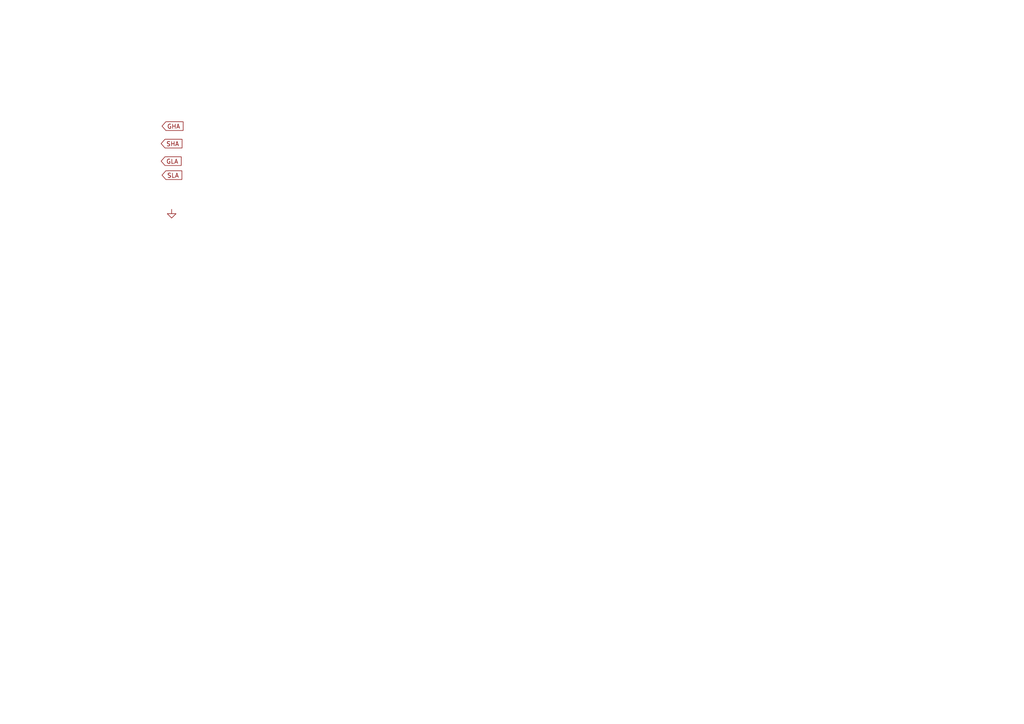
<source format=kicad_sch>
(kicad_sch (version 20230121) (generator eeschema)
  (paper "A4")
  (lib_symbols
    (symbol "power:GND" (power) (pin_names (offset 0))
      (property "Value" "GND" (at 0 -3.81 0))
      (symbol "GND_0_1"
        (polyline (pts (xy 0 0) (xy 0 -1.27) (xy 1.27 -1.27) (xy 0 -2.54) (xy -1.27 -1.27) (xy 0 -1.27)))
      )
      (symbol "GND_1_1"
        (pin power_in line (at 0 0 270) (length 0) hide (name "GND") (number "1"))
      )
    )
  )
  (global_label "SLA" (shape input) (at 46.99 50.8 0) (property "Intersheetrefs" "${INTERSHEET_REFS}" (effects hide)))
  (global_label "GHA" (shape input) (at 46.99 36.576 0) (property "Intersheetrefs" "${INTERSHEET_REFS}" (effects hide)))
  (global_label "SHA" (shape input) (at 46.736 41.656 0) (property "Intersheetrefs" "${INTERSHEET_REFS}" (effects hide)))
  (global_label "GLA" (shape input) (at 46.736 46.736 0) (property "Intersheetrefs" "${INTERSHEET_REFS}" (effects hide)))
  (symbol (lib_id "power:GND") (at 49.784 60.706 0) (unit 1)
    (property "Reference" "#PWR024" (effects hide))
    (property "Value" "GND" (effects hide))
    (instances (project "BLDC_V_0.1" (path "" (reference "#PWR024") (unit 1)) (path "" (reference "#PWR023") (unit 1)) (path "" (reference "#PWR034") (unit 1)) (path "" (reference "#PWR040") (unit 1))))
  )
)
</source>
